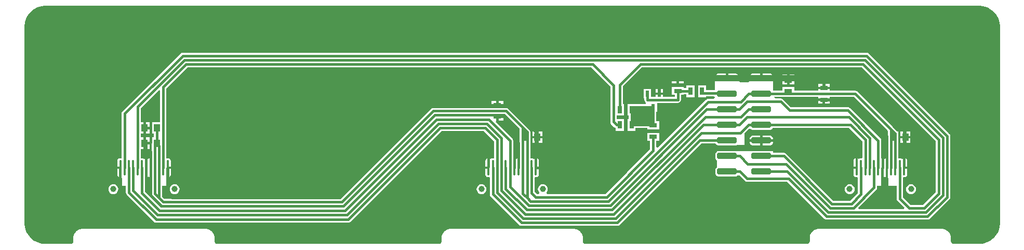
<source format=gbl>
G04 Layer_Physical_Order=2*
G04 Layer_Color=16711680*
%FSLAX44Y44*%
%MOMM*%
G71*
G01*
G75*
%ADD10C,1.0000*%
%ADD11R,1.0000X1.3000*%
%ADD12R,1.3000X0.7000*%
%ADD13R,1.3000X1.0000*%
%ADD14R,0.6000X1.0000*%
%ADD15R,0.7000X1.3000*%
G04:AMPARAMS|DCode=16|XSize=3.2mm|YSize=1mm|CornerRadius=0.25mm|HoleSize=0mm|Usage=FLASHONLY|Rotation=0.000|XOffset=0mm|YOffset=0mm|HoleType=Round|Shape=RoundedRectangle|*
%AMROUNDEDRECTD16*
21,1,3.2000,0.5000,0,0,0.0*
21,1,2.7000,1.0000,0,0,0.0*
1,1,0.5000,1.3500,-0.2500*
1,1,0.5000,-1.3500,-0.2500*
1,1,0.5000,-1.3500,0.2500*
1,1,0.5000,1.3500,0.2500*
%
%ADD16ROUNDEDRECTD16*%
G04:AMPARAMS|DCode=17|XSize=0.4mm|YSize=2.5mm|CornerRadius=0.1mm|HoleSize=0mm|Usage=FLASHONLY|Rotation=180.000|XOffset=0mm|YOffset=0mm|HoleType=Round|Shape=RoundedRectangle|*
%AMROUNDEDRECTD17*
21,1,0.4000,2.3000,0,0,180.0*
21,1,0.2000,2.5000,0,0,180.0*
1,1,0.2000,-0.1000,1.1500*
1,1,0.2000,0.1000,1.1500*
1,1,0.2000,0.1000,-1.1500*
1,1,0.2000,-0.1000,-1.1500*
%
%ADD17ROUNDEDRECTD17*%
%ADD18C,0.4000*%
%ADD19C,1.0000*%
G36*
X766824Y294305D02*
X771243Y293121D01*
X775470Y291370D01*
X779432Y289082D01*
X783062Y286297D01*
X786297Y283062D01*
X789082Y279432D01*
X791370Y275470D01*
X793121Y271243D01*
X794305Y266824D01*
X794902Y262288D01*
Y260000D01*
Y-60000D01*
Y-62288D01*
X794305Y-66824D01*
X793121Y-71243D01*
X791370Y-75470D01*
X789082Y-79432D01*
X786297Y-83062D01*
X783062Y-86297D01*
X779432Y-89082D01*
X775470Y-91370D01*
X771243Y-93121D01*
X766824Y-94305D01*
X762288Y-94902D01*
X719517D01*
X718570Y-94714D01*
X717678Y-94344D01*
X716875Y-93808D01*
X716192Y-93125D01*
X715656Y-92322D01*
X715286Y-91430D01*
X715098Y-90483D01*
Y-85000D01*
X715073Y-84875D01*
X715092Y-84750D01*
X715043Y-83770D01*
X714952Y-83403D01*
Y-83025D01*
X714569Y-81103D01*
X714377Y-80639D01*
X714279Y-80146D01*
X713529Y-78335D01*
X713250Y-77918D01*
X713058Y-77454D01*
X711969Y-75824D01*
X711614Y-75469D01*
X711335Y-75051D01*
X709949Y-73665D01*
X709531Y-73386D01*
X709176Y-73031D01*
X707546Y-71942D01*
X707082Y-71750D01*
X706665Y-71471D01*
X704854Y-70721D01*
X704361Y-70623D01*
X703897Y-70431D01*
X701975Y-70048D01*
X701597D01*
X701230Y-69956D01*
X700250Y-69908D01*
X700125Y-69927D01*
X700000Y-69902D01*
X500000D01*
X499875Y-69927D01*
X499750Y-69908D01*
X498770Y-69956D01*
X498403Y-70048D01*
X498025D01*
X496103Y-70431D01*
X495639Y-70623D01*
X495146Y-70721D01*
X493335Y-71471D01*
X492918Y-71750D01*
X492454Y-71942D01*
X490824Y-73031D01*
X490469Y-73386D01*
X490051Y-73665D01*
X488665Y-75051D01*
X488386Y-75469D01*
X488031Y-75824D01*
X486942Y-77454D01*
X486750Y-77918D01*
X486471Y-78335D01*
X485721Y-80146D01*
X485623Y-80639D01*
X485431Y-81103D01*
X485048Y-83025D01*
Y-83403D01*
X484956Y-83770D01*
X484908Y-84750D01*
X484927Y-84875D01*
X484902Y-85000D01*
X484902Y-90483D01*
X484714Y-91430D01*
X484344Y-92322D01*
X483808Y-93125D01*
X483125Y-93808D01*
X482322Y-94344D01*
X481430Y-94714D01*
X480483Y-94902D01*
X119517D01*
X118570Y-94714D01*
X117678Y-94344D01*
X116875Y-93808D01*
X116192Y-93125D01*
X115656Y-92322D01*
X115286Y-91430D01*
X115098Y-90483D01*
Y-85000D01*
X115073Y-84875D01*
X115092Y-84750D01*
X115043Y-83770D01*
X114952Y-83403D01*
Y-83025D01*
X114569Y-81103D01*
X114377Y-80639D01*
X114279Y-80146D01*
X113529Y-78335D01*
X113250Y-77918D01*
X113058Y-77454D01*
X111969Y-75824D01*
X111614Y-75469D01*
X111335Y-75051D01*
X109949Y-73665D01*
X109531Y-73386D01*
X109176Y-73031D01*
X107546Y-71942D01*
X107082Y-71750D01*
X106665Y-71471D01*
X104854Y-70721D01*
X104361Y-70623D01*
X103897Y-70431D01*
X101975Y-70048D01*
X101597D01*
X101230Y-69956D01*
X100250Y-69908D01*
X100125Y-69927D01*
X100000Y-69902D01*
X-100000D01*
X-100125Y-69927D01*
X-100250Y-69908D01*
X-101230Y-69956D01*
X-101597Y-70048D01*
X-101975D01*
X-103897Y-70431D01*
X-104361Y-70623D01*
X-104854Y-70721D01*
X-106665Y-71471D01*
X-107082Y-71750D01*
X-107546Y-71942D01*
X-109176Y-73031D01*
X-109531Y-73386D01*
X-109949Y-73665D01*
X-111335Y-75051D01*
X-111614Y-75469D01*
X-111969Y-75824D01*
X-113058Y-77454D01*
X-113250Y-77918D01*
X-113529Y-78335D01*
X-114279Y-80146D01*
X-114377Y-80639D01*
X-114569Y-81103D01*
X-114952Y-83025D01*
Y-83403D01*
X-115044Y-83770D01*
X-115092Y-84750D01*
X-115073Y-84875D01*
X-115098Y-85000D01*
X-115098Y-90483D01*
X-115286Y-91430D01*
X-115656Y-92322D01*
X-116192Y-93125D01*
X-116875Y-93808D01*
X-117678Y-94344D01*
X-118570Y-94714D01*
X-119517Y-94902D01*
X-480483D01*
X-481430Y-94714D01*
X-482322Y-94344D01*
X-483125Y-93808D01*
X-483808Y-93125D01*
X-484344Y-92322D01*
X-484714Y-91430D01*
X-484902Y-90483D01*
Y-85000D01*
X-484927Y-84875D01*
X-484908Y-84750D01*
X-484957Y-83770D01*
X-485048Y-83403D01*
Y-83025D01*
X-485431Y-81103D01*
X-485623Y-80639D01*
X-485721Y-80146D01*
X-486471Y-78335D01*
X-486750Y-77918D01*
X-486942Y-77454D01*
X-488031Y-75824D01*
X-488386Y-75469D01*
X-488665Y-75051D01*
X-490051Y-73665D01*
X-490469Y-73386D01*
X-490824Y-73031D01*
X-492454Y-71942D01*
X-492918Y-71750D01*
X-493335Y-71471D01*
X-495146Y-70721D01*
X-495639Y-70623D01*
X-496103Y-70431D01*
X-498025Y-70048D01*
X-498403D01*
X-498770Y-69956D01*
X-499750Y-69908D01*
X-499875Y-69927D01*
X-500000Y-69902D01*
X-700000D01*
X-700125Y-69927D01*
X-700250Y-69908D01*
X-701230Y-69956D01*
X-701597Y-70048D01*
X-701975D01*
X-703897Y-70431D01*
X-704361Y-70623D01*
X-704854Y-70721D01*
X-706665Y-71471D01*
X-707082Y-71750D01*
X-707546Y-71942D01*
X-709176Y-73031D01*
X-709531Y-73386D01*
X-709949Y-73665D01*
X-711335Y-75051D01*
X-711614Y-75469D01*
X-711969Y-75824D01*
X-713058Y-77454D01*
X-713250Y-77918D01*
X-713529Y-78335D01*
X-714279Y-80146D01*
X-714377Y-80639D01*
X-714569Y-81103D01*
X-714952Y-83025D01*
Y-83403D01*
X-715044Y-83770D01*
X-715092Y-84750D01*
X-715073Y-84875D01*
X-715098Y-85000D01*
X-715098Y-90483D01*
X-715286Y-91430D01*
X-715656Y-92322D01*
X-716192Y-93125D01*
X-716875Y-93808D01*
X-717678Y-94344D01*
X-718570Y-94714D01*
X-719517Y-94902D01*
X-762288D01*
X-766824Y-94305D01*
X-771243Y-93121D01*
X-775470Y-91370D01*
X-779432Y-89082D01*
X-783062Y-86297D01*
X-786297Y-83062D01*
X-789082Y-79432D01*
X-791370Y-75470D01*
X-793121Y-71243D01*
X-794305Y-66824D01*
X-794902Y-62288D01*
Y-60000D01*
Y260000D01*
Y262288D01*
X-794305Y266824D01*
X-793121Y271243D01*
X-791370Y275470D01*
X-789082Y279432D01*
X-786297Y283062D01*
X-783062Y286297D01*
X-779432Y289082D01*
X-775470Y291370D01*
X-771243Y293121D01*
X-766824Y294305D01*
X-762288Y294902D01*
X762288D01*
X766824Y294305D01*
D02*
G37*
%LPC*%
G36*
X404000Y72600D02*
X386953D01*
Y72100D01*
X387142Y70664D01*
X387696Y69326D01*
X388577Y68177D01*
X389726Y67296D01*
X391064Y66742D01*
X392500Y66553D01*
X404000D01*
Y72600D01*
D02*
G37*
G36*
X-640500Y28000D02*
X-643578D01*
Y18500D01*
X-643268Y16939D01*
X-642384Y15616D01*
X-641061Y14732D01*
X-640500Y14620D01*
Y28000D01*
D02*
G37*
G36*
X559500Y45379D02*
X558939Y45268D01*
X557616Y44384D01*
X556732Y43061D01*
X556422Y41500D01*
Y32000D01*
X559500D01*
Y45379D01*
D02*
G37*
G36*
X425047Y72600D02*
X408000D01*
Y66553D01*
X419500D01*
X420936Y66742D01*
X422274Y67296D01*
X423423Y68177D01*
X424304Y69326D01*
X424858Y70664D01*
X425047Y72100D01*
Y72600D01*
D02*
G37*
G36*
X-40500Y45379D02*
X-41061Y45268D01*
X-42384Y44384D01*
X-43268Y43061D01*
X-43578Y41500D01*
Y32000D01*
X-40500D01*
Y45379D01*
D02*
G37*
G36*
X577799Y218098D02*
X-537000D01*
X-538951Y217710D01*
X-540605Y216605D01*
X-635105Y122105D01*
X-636210Y120451D01*
X-636598Y118500D01*
Y46319D01*
X-637500Y45578D01*
X-639500D01*
X-641061Y45268D01*
X-642384Y44384D01*
X-643268Y43061D01*
X-643578Y41500D01*
Y32000D01*
X-638500D01*
Y30000D01*
X-636598D01*
X-636579Y29901D01*
Y18500D01*
X-636500Y18103D01*
Y13601D01*
X-636000Y13191D01*
Y0D01*
X-629598D01*
Y-10500D01*
X-629210Y-12451D01*
X-628105Y-14105D01*
X-583605Y-58605D01*
X-581951Y-59710D01*
X-580000Y-60098D01*
X-267302D01*
X-265351Y-59710D01*
X-263697Y-58605D01*
X-115190Y89902D01*
X-46112D01*
X-29598Y73388D01*
Y46319D01*
X-30500Y45578D01*
X-32500D01*
X-34061Y45268D01*
X-35000Y44640D01*
X-35939Y45268D01*
X-36500Y45379D01*
Y41896D01*
X-36579Y41500D01*
Y30098D01*
X-36598Y30000D01*
X-38500D01*
Y28000D01*
X-43578D01*
Y18500D01*
X-43268Y16939D01*
X-42384Y15616D01*
X-41061Y14732D01*
X-39500Y14422D01*
X-37500D01*
X-36598Y13681D01*
Y-13399D01*
X-36210Y-15350D01*
X-35105Y-17004D01*
X11496Y-63605D01*
X13149Y-64710D01*
X15100Y-65098D01*
X171397D01*
X173348Y-64710D01*
X175002Y-63605D01*
X308109Y69502D01*
X331623D01*
X331696Y69326D01*
X332577Y68177D01*
X333726Y67296D01*
X335064Y66742D01*
X336500Y66553D01*
X363500D01*
X364936Y66742D01*
X365560Y67000D01*
X379000D01*
X379000Y86790D01*
X385649Y93440D01*
X388577Y93577D01*
X389726Y92696D01*
X391064Y92142D01*
X392500Y91953D01*
X419500D01*
X420936Y92142D01*
X422274Y92696D01*
X423423Y93577D01*
X424304Y94726D01*
X424377Y94902D01*
X548888D01*
X570402Y73388D01*
Y46319D01*
X569500Y45578D01*
X567500D01*
X565939Y45268D01*
X565000Y44640D01*
X564061Y45268D01*
X563500Y45379D01*
Y41896D01*
X563421Y41500D01*
Y30098D01*
X563402Y30000D01*
X561500D01*
Y28000D01*
X556422D01*
Y18500D01*
X556732Y16939D01*
X557616Y15616D01*
X558939Y14732D01*
X560500Y14422D01*
X562500D01*
X563402Y13681D01*
Y-11388D01*
X550888Y-23902D01*
X523112D01*
X446405Y52805D01*
X444751Y53910D01*
X442800Y54298D01*
X425000D01*
Y57000D01*
X421077D01*
X420936Y57058D01*
X419500Y57247D01*
X392500D01*
X391064Y57058D01*
X390923Y57000D01*
X365077Y57000D01*
X364936Y57058D01*
X363500Y57247D01*
X336500D01*
X335064Y57058D01*
X334923Y57000D01*
X334000D01*
Y56618D01*
X333726Y56504D01*
X332577Y55623D01*
X331696Y54474D01*
X331142Y53136D01*
X330953Y51700D01*
Y46700D01*
X331142Y45264D01*
X331696Y43926D01*
X332577Y42777D01*
X333726Y41896D01*
X334000Y41782D01*
Y31218D01*
X333726Y31104D01*
X332577Y30223D01*
X331696Y29074D01*
X331142Y27736D01*
X330953Y26300D01*
Y21300D01*
X331142Y19864D01*
X331696Y18526D01*
X332577Y17377D01*
X333726Y16496D01*
X335064Y15942D01*
X336500Y15753D01*
X363500D01*
X364936Y15942D01*
X366274Y16496D01*
X367423Y17377D01*
X370373Y17397D01*
X370417Y17373D01*
X379395Y8395D01*
X381049Y7290D01*
X383000Y6902D01*
X448190D01*
X508697Y-53605D01*
X510351Y-54710D01*
X512301Y-55098D01*
X677000D01*
X678951Y-54710D01*
X680605Y-53605D01*
X712605Y-21605D01*
X713710Y-19951D01*
X714098Y-18000D01*
Y81799D01*
X713710Y83750D01*
X712605Y85404D01*
X581404Y216605D01*
X579750Y217710D01*
X577799Y218098D01*
D02*
G37*
G36*
X-650000Y3069D02*
X-652088Y2794D01*
X-654035Y1988D01*
X-655706Y706D01*
X-656988Y-966D01*
X-657794Y-2912D01*
X-658069Y-5000D01*
X-657794Y-7088D01*
X-656988Y-9035D01*
X-655706Y-10706D01*
X-654035Y-11988D01*
X-652088Y-12794D01*
X-650000Y-13069D01*
X-647912Y-12794D01*
X-645965Y-11988D01*
X-644294Y-10706D01*
X-643012Y-9035D01*
X-642206Y-7088D01*
X-641931Y-5000D01*
X-642206Y-2912D01*
X-643012Y-966D01*
X-644294Y706D01*
X-645965Y1988D01*
X-647912Y2794D01*
X-650000Y3069D01*
D02*
G37*
G36*
X419500Y82647D02*
X408000D01*
Y76600D01*
X425047D01*
Y77100D01*
X424858Y78536D01*
X424304Y79874D01*
X423423Y81023D01*
X422274Y81904D01*
X420936Y82458D01*
X419500Y82647D01*
D02*
G37*
G36*
X404000D02*
X392500D01*
X391064Y82458D01*
X389726Y81904D01*
X388577Y81023D01*
X387696Y79874D01*
X387142Y78536D01*
X386953Y77100D01*
Y76600D01*
X404000D01*
Y82647D01*
D02*
G37*
G36*
X550000Y3069D02*
X547912Y2794D01*
X545965Y1988D01*
X544294Y706D01*
X543012Y-966D01*
X542206Y-2912D01*
X541931Y-5000D01*
X542206Y-7088D01*
X543012Y-9035D01*
X544294Y-10706D01*
X545965Y-11988D01*
X547912Y-12794D01*
X550000Y-13069D01*
X552088Y-12794D01*
X554035Y-11988D01*
X555706Y-10706D01*
X556988Y-9035D01*
X557794Y-7088D01*
X558069Y-5000D01*
X557794Y-2912D01*
X556988Y-966D01*
X555706Y706D01*
X554035Y1988D01*
X552088Y2794D01*
X550000Y3069D01*
D02*
G37*
G36*
X-50000D02*
X-52088Y2794D01*
X-54035Y1988D01*
X-55706Y706D01*
X-56988Y-966D01*
X-57794Y-2912D01*
X-58069Y-5000D01*
X-57794Y-7088D01*
X-56988Y-9035D01*
X-55706Y-10706D01*
X-54035Y-11988D01*
X-52088Y-12794D01*
X-50000Y-13069D01*
X-47912Y-12794D01*
X-45965Y-11988D01*
X-44294Y-10706D01*
X-43012Y-9035D01*
X-42206Y-7088D01*
X-41931Y-5000D01*
X-42206Y-2912D01*
X-43012Y-966D01*
X-44294Y706D01*
X-45965Y1988D01*
X-47912Y2794D01*
X-50000Y3069D01*
D02*
G37*
%LPD*%
G36*
X612402Y90388D02*
Y46319D01*
X611500Y45578D01*
X609500D01*
X607939Y45268D01*
X607000Y44640D01*
X606061Y45268D01*
X604500Y45578D01*
X602500D01*
X601598Y46319D01*
Y74399D01*
X601210Y76350D01*
X600105Y78004D01*
X550504Y127605D01*
X548850Y128710D01*
X546899Y129098D01*
X454112D01*
X441605Y141605D01*
X439951Y142710D01*
X438000Y143098D01*
X428392D01*
X426978Y145598D01*
X427041Y145702D01*
X498500D01*
Y143300D01*
X508000D01*
X517500D01*
Y145702D01*
X557088D01*
X612402Y90388D01*
D02*
G37*
G36*
X25000Y88000D02*
X25000Y76000D01*
X17500D01*
X17500Y95500D01*
X25000Y88000D01*
D02*
G37*
G36*
X625000Y85000D02*
Y76000D01*
X617500D01*
Y92500D01*
X625000Y85000D01*
D02*
G37*
G36*
X-33500Y114946D02*
X-36000Y113610D01*
X-36150Y113710D01*
X-38101Y114098D01*
X-123101D01*
X-125051Y113710D01*
X-126705Y112605D01*
X-274212Y-34902D01*
X-572888D01*
X-598402Y-9388D01*
Y13681D01*
X-597500Y14422D01*
X-595500D01*
X-593939Y14732D01*
X-593000Y15360D01*
X-592061Y14732D01*
X-590500Y14422D01*
X-588500D01*
X-587598Y13681D01*
Y-12299D01*
X-587210Y-14250D01*
X-586105Y-15904D01*
X-579105Y-22904D01*
X-572404Y-29605D01*
X-570750Y-30710D01*
X-568799Y-31098D01*
X-277899D01*
X-275949Y-30710D01*
X-274295Y-29605D01*
X-126788Y117902D01*
X-33500D01*
Y114946D01*
D02*
G37*
G36*
X689902Y73888D02*
Y-10089D01*
X669089Y-30902D01*
X649112D01*
X636598Y-18388D01*
Y13681D01*
X637500Y14422D01*
X639500D01*
X641061Y14732D01*
X642384Y15616D01*
X643268Y16939D01*
X643578Y18500D01*
Y28000D01*
X638500D01*
Y30000D01*
X636599D01*
X636579Y30098D01*
Y41500D01*
X636500Y41897D01*
Y45379D01*
X635939Y45268D01*
X635000Y44640D01*
X634061Y45268D01*
X632500Y45578D01*
X630500D01*
X629598Y46319D01*
Y85500D01*
X629210Y87451D01*
X629000Y87765D01*
Y89500D01*
X627710D01*
X621105Y96105D01*
X562805Y154405D01*
X561151Y155510D01*
X559200Y155898D01*
X517500D01*
Y158300D01*
X508000D01*
X498500D01*
Y155898D01*
X459500D01*
Y162000D01*
X440500D01*
Y155898D01*
X425000D01*
Y170000D01*
X425000Y170000D01*
X424889Y172500D01*
X425047Y173700D01*
Y174200D01*
X386953D01*
Y173700D01*
X387111Y172500D01*
X387048Y172144D01*
X385373Y170000D01*
X370627D01*
X368953Y172144D01*
X368890Y172500D01*
X369048Y173700D01*
Y174200D01*
X330953D01*
Y173700D01*
X331111Y172500D01*
X331035Y172074D01*
X330000Y170000D01*
X330000Y170000D01*
X330000Y170000D01*
Y157098D01*
X316000D01*
Y164500D01*
X303000D01*
Y145500D01*
X316000D01*
Y146902D01*
X327874D01*
X330000Y146000D01*
X330503Y145098D01*
X329036Y142598D01*
X319400D01*
X317449Y142210D01*
X315795Y141105D01*
X237408Y62718D01*
X235098Y63675D01*
Y74000D01*
X239500D01*
Y87000D01*
X220500D01*
Y74000D01*
X224902D01*
Y60112D01*
X151888Y-12902D01*
X56950D01*
X56221Y-11616D01*
X55939Y-10402D01*
X56988Y-9035D01*
X57794Y-7088D01*
X58069Y-5000D01*
X57794Y-2912D01*
X56988Y-966D01*
X55706Y706D01*
X54035Y1988D01*
X52088Y2794D01*
X50000Y3069D01*
X47912Y2794D01*
X45965Y1988D01*
X44294Y706D01*
X43012Y-966D01*
X42206Y-2912D01*
X41931Y-5000D01*
X42206Y-7088D01*
X43012Y-9035D01*
X44061Y-10402D01*
X43779Y-11616D01*
X43050Y-12902D01*
X40212D01*
X36598Y-9288D01*
Y13681D01*
X37500Y14422D01*
X39500D01*
X41061Y14732D01*
X42384Y15616D01*
X43268Y16939D01*
X43578Y18500D01*
Y28000D01*
X38500D01*
Y30000D01*
X36598D01*
X36579Y30098D01*
Y41500D01*
X36500Y41897D01*
Y45379D01*
X35939Y45268D01*
X35000Y44640D01*
X34061Y45268D01*
X32500Y45578D01*
X30500D01*
X29598Y46319D01*
Y88500D01*
X29210Y90451D01*
X28105Y92105D01*
X-6395Y126605D01*
X-8049Y127710D01*
X-10000Y128098D01*
X-14500D01*
Y130500D01*
X-24000D01*
X-33500D01*
Y128098D01*
X-128899D01*
X-130850Y127710D01*
X-132504Y126605D01*
X-280011Y-20902D01*
X-566687D01*
X-570402Y-17187D01*
Y0D01*
X-564000D01*
Y13191D01*
X-563500Y13601D01*
Y18103D01*
X-563421Y18500D01*
Y29901D01*
X-563401Y30000D01*
X-561500D01*
Y32000D01*
X-556422D01*
Y41500D01*
X-556732Y43061D01*
X-557616Y44384D01*
X-558939Y45268D01*
X-560500Y45578D01*
X-562500D01*
X-563402Y46319D01*
Y159590D01*
X-529089Y193902D01*
X128888D01*
X159902Y162888D01*
Y105000D01*
X160290Y103049D01*
X161395Y101395D01*
X166395Y96395D01*
X168049Y95290D01*
X169000Y95101D01*
Y90500D01*
X182000D01*
Y109500D01*
X170098D01*
Y115500D01*
X182000D01*
Y134500D01*
X180598D01*
Y163388D01*
X211112Y193902D01*
X569888D01*
X689902Y73888D01*
D02*
G37*
G36*
X-573598Y156027D02*
Y104500D01*
X-587000D01*
Y85500D01*
X-584098D01*
Y79500D01*
X-587000D01*
Y69765D01*
X-587210Y69451D01*
X-587598Y67500D01*
Y46319D01*
X-588500Y45578D01*
X-590500D01*
X-592061Y45268D01*
X-593000Y44640D01*
X-593939Y45268D01*
X-594500Y45379D01*
Y30000D01*
X-598401D01*
X-598421Y30098D01*
Y41500D01*
X-598500Y41896D01*
Y45379D01*
X-599061Y45268D01*
X-600000Y44640D01*
X-600939Y45268D01*
X-602500Y45578D01*
X-604500D01*
X-605402Y46319D01*
Y60500D01*
X-601000D01*
Y70000D01*
Y79500D01*
X-605402D01*
Y85500D01*
X-601000D01*
Y95000D01*
Y104500D01*
X-605402D01*
Y127489D01*
X-575908Y156983D01*
X-573598Y156027D01*
D02*
G37*
G36*
X12402Y93388D02*
Y46319D01*
X11500Y45578D01*
X9500D01*
X7939Y45268D01*
X7000Y44640D01*
X6061Y45268D01*
X4500Y45578D01*
X2500D01*
X1598Y46319D01*
Y74399D01*
X1210Y76350D01*
X105Y78004D01*
X-26581Y104690D01*
X-26000Y106094D01*
Y113500D01*
X-24000D01*
Y115500D01*
X-14500D01*
Y117633D01*
X-12000Y117790D01*
X12402Y93388D01*
D02*
G37*
G36*
X605500Y14620D02*
X606061Y14732D01*
X607000Y15360D01*
X607939Y14732D01*
X608500Y14621D01*
Y30000D01*
X612402D01*
X612421Y29901D01*
Y18500D01*
X612500Y18103D01*
Y13601D01*
X613000Y13191D01*
Y0D01*
X626402D01*
Y-20500D01*
X626790Y-22451D01*
X627895Y-24105D01*
X639383Y-35592D01*
X638426Y-37902D01*
X564574D01*
X563617Y-35592D01*
X593105Y-6105D01*
X594210Y-4451D01*
X594598Y-2500D01*
Y0D01*
X601000D01*
Y13191D01*
X601500Y13601D01*
Y18103D01*
X601579Y18500D01*
Y29902D01*
X601599Y30000D01*
X605500D01*
Y14620D01*
D02*
G37*
%LPC*%
G36*
X517500Y139300D02*
X510000D01*
Y134800D01*
X517500D01*
Y139300D01*
D02*
G37*
G36*
X506000D02*
X498500D01*
Y134800D01*
X506000D01*
Y139300D01*
D02*
G37*
G36*
X40500Y45379D02*
Y32000D01*
X43578D01*
Y41500D01*
X43268Y43061D01*
X42384Y44384D01*
X41061Y45268D01*
X40500Y45379D01*
D02*
G37*
G36*
X-556422Y28000D02*
X-559500D01*
Y14620D01*
X-558939Y14732D01*
X-557616Y15616D01*
X-556732Y16939D01*
X-556422Y18500D01*
Y28000D01*
D02*
G37*
G36*
X-550000Y3069D02*
X-552088Y2794D01*
X-554035Y1988D01*
X-555706Y706D01*
X-556988Y-966D01*
X-557794Y-2912D01*
X-558069Y-5000D01*
X-557794Y-7088D01*
X-556988Y-9035D01*
X-555706Y-10706D01*
X-554035Y-11988D01*
X-552088Y-12794D01*
X-550000Y-13069D01*
X-547912Y-12794D01*
X-545965Y-11988D01*
X-544294Y-10706D01*
X-543012Y-9035D01*
X-542206Y-7088D01*
X-541931Y-5000D01*
X-542206Y-2912D01*
X-543012Y-966D01*
X-544294Y706D01*
X-545965Y1988D01*
X-547912Y2794D01*
X-550000Y3069D01*
D02*
G37*
G36*
X650000D02*
X647912Y2794D01*
X645965Y1988D01*
X644294Y706D01*
X643012Y-966D01*
X642206Y-2912D01*
X641931Y-5000D01*
X642206Y-7088D01*
X643012Y-9035D01*
X644294Y-10706D01*
X645965Y-11988D01*
X647912Y-12794D01*
X650000Y-13069D01*
X652088Y-12794D01*
X654035Y-11988D01*
X655706Y-10706D01*
X656988Y-9035D01*
X657794Y-7088D01*
X658069Y-5000D01*
X657794Y-2912D01*
X656988Y-966D01*
X655706Y706D01*
X654035Y1988D01*
X652088Y2794D01*
X650000Y3069D01*
D02*
G37*
G36*
X49000Y78000D02*
X43000D01*
Y70500D01*
X49000D01*
Y78000D01*
D02*
G37*
G36*
X39000D02*
X33000D01*
Y70500D01*
X39000D01*
Y78000D01*
D02*
G37*
G36*
X649000D02*
X643000D01*
Y70500D01*
X649000D01*
Y78000D01*
D02*
G37*
G36*
X639000D02*
X633000D01*
Y70500D01*
X639000D01*
Y78000D01*
D02*
G37*
G36*
X640500Y45379D02*
Y32000D01*
X643578D01*
Y41500D01*
X643268Y43061D01*
X642384Y44384D01*
X641061Y45268D01*
X640500Y45379D01*
D02*
G37*
G36*
X39000Y89500D02*
X33000D01*
Y82000D01*
X39000D01*
Y89500D01*
D02*
G37*
G36*
X268000Y172500D02*
X260500D01*
Y168000D01*
X268000D01*
Y172500D01*
D02*
G37*
G36*
X279500D02*
X272000D01*
Y168000D01*
X279500D01*
Y172500D01*
D02*
G37*
G36*
X448000Y182000D02*
X440500D01*
Y176000D01*
X448000D01*
Y182000D01*
D02*
G37*
G36*
X459500Y172000D02*
X452000D01*
Y166000D01*
X459500D01*
Y172000D01*
D02*
G37*
G36*
X506000Y166800D02*
X498500D01*
Y162300D01*
X506000D01*
Y166800D01*
D02*
G37*
G36*
X517500D02*
X510000D01*
Y162300D01*
X517500D01*
Y166800D01*
D02*
G37*
G36*
X448000Y172000D02*
X440500D01*
Y166000D01*
X448000D01*
Y172000D01*
D02*
G37*
G36*
X363500Y184247D02*
X352000D01*
Y178200D01*
X369048D01*
Y178700D01*
X368858Y180136D01*
X368304Y181474D01*
X367423Y182623D01*
X366274Y183504D01*
X364936Y184058D01*
X363500Y184247D01*
D02*
G37*
G36*
X404000D02*
X392500D01*
X391064Y184058D01*
X389726Y183504D01*
X388577Y182623D01*
X387696Y181474D01*
X387142Y180136D01*
X386953Y178700D01*
Y178200D01*
X404000D01*
Y184247D01*
D02*
G37*
G36*
X419500D02*
X408000D01*
Y178200D01*
X425047D01*
Y178700D01*
X424858Y180136D01*
X424304Y181474D01*
X423423Y182623D01*
X422274Y183504D01*
X420936Y184058D01*
X419500Y184247D01*
D02*
G37*
G36*
X348000D02*
X336500D01*
X335064Y184058D01*
X333726Y183504D01*
X332577Y182623D01*
X331696Y181474D01*
X331142Y180136D01*
X330953Y178700D01*
Y178200D01*
X348000D01*
Y184247D01*
D02*
G37*
G36*
X459500Y182000D02*
X452000D01*
Y176000D01*
X459500D01*
Y182000D01*
D02*
G37*
G36*
X268000Y181000D02*
X260500D01*
Y176500D01*
X268000D01*
Y181000D01*
D02*
G37*
G36*
X279500D02*
X272000D01*
Y176500D01*
X279500D01*
Y181000D01*
D02*
G37*
G36*
X639000Y89500D02*
X633000D01*
Y82000D01*
X639000D01*
Y89500D01*
D02*
G37*
G36*
X49000D02*
X43000D01*
Y82000D01*
X49000D01*
Y89500D01*
D02*
G37*
G36*
X649000D02*
X643000D01*
Y82000D01*
X649000D01*
Y89500D01*
D02*
G37*
G36*
X-26000Y139000D02*
X-33500D01*
Y134500D01*
X-26000D01*
Y139000D01*
D02*
G37*
G36*
X237500Y159000D02*
X233500D01*
Y153000D01*
X237500D01*
Y159000D01*
D02*
G37*
G36*
X245500D02*
X241500D01*
Y153000D01*
X245500D01*
Y159000D01*
D02*
G37*
G36*
X297000Y164500D02*
X284000D01*
Y160598D01*
X279500D01*
Y162000D01*
X260500D01*
Y149000D01*
X264902D01*
Y146098D01*
X245500D01*
Y149000D01*
X233500D01*
Y146098D01*
X226500D01*
Y159000D01*
X214500D01*
Y143000D01*
X215402D01*
Y141000D01*
X215790Y139049D01*
X216895Y137395D01*
X218088Y136598D01*
X217763Y134324D01*
X217673Y134098D01*
X201000D01*
Y134500D01*
X188000D01*
Y115500D01*
X189402D01*
Y109500D01*
X188000D01*
Y90500D01*
X201000D01*
Y94902D01*
X220500D01*
Y93000D01*
X239500D01*
Y106000D01*
X235098D01*
Y121000D01*
X236000D01*
Y135902D01*
X270000D01*
X271951Y136290D01*
X273605Y137395D01*
X274710Y139049D01*
X275098Y141000D01*
Y149000D01*
X279500D01*
Y150402D01*
X284000D01*
Y145500D01*
X297000D01*
Y164500D01*
D02*
G37*
G36*
X-14500Y139000D02*
X-22000D01*
Y134500D01*
X-14500D01*
Y139000D01*
D02*
G37*
%LPD*%
G36*
X230000Y99500D02*
X194500D01*
Y129000D01*
X230000D01*
Y99500D01*
D02*
G37*
%LPC*%
G36*
X-591000Y79500D02*
X-597000D01*
Y72000D01*
X-591000D01*
Y79500D01*
D02*
G37*
G36*
Y68000D02*
X-597000D01*
Y60500D01*
X-591000D01*
Y68000D01*
D02*
G37*
G36*
Y93000D02*
X-597000D01*
Y85500D01*
X-591000D01*
Y93000D01*
D02*
G37*
G36*
Y104500D02*
X-597000D01*
Y97000D01*
X-591000D01*
Y104500D01*
D02*
G37*
G36*
X-14500Y111500D02*
X-22000D01*
Y107000D01*
X-14500D01*
Y111500D01*
D02*
G37*
%LPD*%
D10*
X50000Y-5000D02*
D03*
X-50000D02*
D03*
X650000D02*
D03*
X550000D02*
D03*
X-550000D02*
D03*
X-650000D02*
D03*
D11*
X-599000Y95000D02*
D03*
X-579000D02*
D03*
X-599000Y70000D02*
D03*
X-579000D02*
D03*
X41000Y80000D02*
D03*
X21000D02*
D03*
X641000D02*
D03*
X621000D02*
D03*
D12*
X508000Y160300D02*
D03*
Y141300D02*
D03*
X-24000Y132500D02*
D03*
Y113500D02*
D03*
X230000Y80500D02*
D03*
Y99500D02*
D03*
X270000Y174500D02*
D03*
Y155500D02*
D03*
D13*
X450000Y174000D02*
D03*
Y154000D02*
D03*
D14*
X220500Y151000D02*
D03*
X239500D02*
D03*
X230000Y129000D02*
D03*
D15*
X175500Y100000D02*
D03*
X194500D02*
D03*
X175500Y125000D02*
D03*
X194500D02*
D03*
X309500Y155000D02*
D03*
X290500D02*
D03*
D16*
X350000Y100000D02*
D03*
Y125400D02*
D03*
Y150800D02*
D03*
Y23800D02*
D03*
Y49200D02*
D03*
Y176200D02*
D03*
Y74600D02*
D03*
X406000Y100000D02*
D03*
Y125400D02*
D03*
Y150800D02*
D03*
Y23800D02*
D03*
Y49200D02*
D03*
Y176200D02*
D03*
Y74600D02*
D03*
D17*
X-38500Y30000D02*
D03*
X-31500D02*
D03*
X-24500D02*
D03*
X-17500D02*
D03*
X-10500D02*
D03*
X-3500D02*
D03*
X3500D02*
D03*
X10500D02*
D03*
X17500D02*
D03*
X24500D02*
D03*
X31500D02*
D03*
X38500D02*
D03*
X561500D02*
D03*
X568500D02*
D03*
X575500D02*
D03*
X582500D02*
D03*
X589500D02*
D03*
X596500D02*
D03*
X603500D02*
D03*
X610500D02*
D03*
X617500D02*
D03*
X624500D02*
D03*
X631500D02*
D03*
X638500D02*
D03*
X-638500D02*
D03*
X-631500D02*
D03*
X-624500D02*
D03*
X-617500D02*
D03*
X-610500D02*
D03*
X-603500D02*
D03*
X-596500D02*
D03*
X-589500D02*
D03*
X-582500D02*
D03*
X-575500D02*
D03*
X-568500D02*
D03*
X-561500D02*
D03*
D18*
X171397Y-60000D02*
X305997Y74600D01*
X15100Y-60000D02*
X171397D01*
X-31500Y-13399D02*
X15100Y-60000D01*
X18000Y-53000D02*
X168497D01*
X-24500Y-10500D02*
X18000Y-53000D01*
X168497D02*
X308497Y87000D01*
X21100Y-46000D02*
X165598D01*
X-17500Y-7400D02*
X21100Y-46000D01*
X165598D02*
X311598Y100000D01*
X-10500Y-4399D02*
X24100Y-39000D01*
X162698D02*
X314698Y113000D01*
X24100Y-39000D02*
X162698D01*
X-3500Y-1500D02*
X27000Y-32000D01*
X159799D02*
X317199Y125400D01*
X27000Y-32000D02*
X159799D01*
X29899Y-25000D02*
X156899D01*
X27201Y-22302D02*
X29899Y-25000D01*
X27201Y-22302D02*
Y-22000D01*
X156899Y-25000D02*
X319400Y137500D01*
X24500Y-19299D02*
X27201Y-22000D01*
X151101Y-11000D02*
X185000Y22899D01*
X99000Y-11000D02*
X151101D01*
X58000Y30000D02*
X99000Y-11000D01*
X154000Y-18000D02*
X230000Y58000D01*
X38101Y-18000D02*
X154000D01*
X31500Y-11400D02*
X38101Y-18000D01*
X38500Y30000D02*
X58000D01*
X-589500D02*
Y56000D01*
X603500Y88500D02*
X610500Y81500D01*
X550700Y141300D02*
X603500Y88500D01*
Y30000D02*
Y88500D01*
X610500Y30000D02*
Y81500D01*
X508000Y141300D02*
X550700D01*
X617500Y30000D02*
Y92500D01*
X508000Y160300D02*
Y176200D01*
X-600000Y70000D02*
X-599000Y71000D01*
X-600000Y70000D02*
X-596500Y66500D01*
X-580000Y70000D02*
X-575500Y65500D01*
X-579000Y70000D02*
Y95000D01*
X638500Y30000D02*
Y92500D01*
X554800Y176200D02*
X638500Y92500D01*
X452000Y124000D02*
X546899D01*
X438000Y138000D02*
X452000Y124000D01*
X383000Y138000D02*
X438000D01*
X546899Y124000D02*
X596500Y74399D01*
X24500Y30000D02*
Y88500D01*
X-10000Y123000D02*
X24500Y88500D01*
X-128899Y123000D02*
X-10000D01*
X3500Y77299D02*
Y96500D01*
X-16000Y116000D02*
X3500Y96500D01*
X-126000Y116000D02*
X-16000D01*
X-3000Y130000D02*
X38500Y88500D01*
X-131799Y130000D02*
X-3000D01*
X-280799Y-19000D02*
X-131799Y130000D01*
X-554000Y-19000D02*
X-280799D01*
X-267302Y-55000D02*
X-117302Y95000D01*
X-580000Y-55000D02*
X-267302D01*
X-624500Y-10500D02*
X-580000Y-55000D01*
X-617500Y-7400D02*
X-577900Y-47000D01*
X-267201Y-45000D02*
X-120201Y102000D01*
X-267201Y-45000D02*
X-267201D01*
X-269201Y-47000D02*
X-267201Y-45000D01*
X-577900Y-47000D02*
X-269201D01*
X-272101Y-40000D02*
X-123101Y109000D01*
X-575000Y-40000D02*
X-272101D01*
X-603500Y-11500D02*
X-575000Y-40000D01*
X-275000Y-33000D02*
X-126000Y116000D01*
X-589500Y-15199D02*
X-571698Y-33000D01*
X-275000D01*
X-277899Y-26000D02*
X-128899Y123000D01*
X-568799Y-26000D02*
X-277899D01*
X-575500Y-19299D02*
X-568799Y-26000D01*
X-561500Y-11500D02*
X-554000Y-19000D01*
X-561500Y-11500D02*
Y30000D01*
X-531201Y199000D02*
X131000D01*
X-568500Y161701D02*
X-531201Y199000D01*
X-568500Y30000D02*
Y161701D01*
X-534100Y206000D02*
X574899D01*
X-610500Y129601D02*
X-534100Y206000D01*
X-610500Y30000D02*
Y129601D01*
X-537000Y213000D02*
X577799D01*
X-631500Y118500D02*
X-537000Y213000D01*
X165000Y105000D02*
Y165000D01*
X131000Y199000D02*
X165000Y165000D01*
Y105000D02*
X170000Y100000D01*
X175500D01*
X577799Y213000D02*
X709000Y81799D01*
Y-18000D02*
Y81799D01*
X574899Y206000D02*
X702000Y78899D01*
X677000Y-50000D02*
X709000Y-18000D01*
X702000Y-15101D02*
Y78899D01*
X674100Y-43000D02*
X702000Y-15101D01*
X647000Y-36000D02*
X671201D01*
X631500Y-20500D02*
X647000Y-36000D01*
X631500Y-20500D02*
Y30000D01*
X695000Y-12201D02*
Y76000D01*
X671201Y-36000D02*
X695000Y-12201D01*
X515201Y-43000D02*
X674100D01*
X512301Y-50000D02*
X677000D01*
X450302Y12000D02*
X512301Y-50000D01*
X448401Y23800D02*
X515201Y-43000D01*
X556000Y-36000D02*
X589500Y-2500D01*
X518101Y-36000D02*
X556000D01*
X446101Y36000D02*
X518101Y-36000D01*
X589500Y-2500D02*
Y30000D01*
X568500Y-13500D02*
Y30000D01*
X553000Y-29000D02*
X568500Y-13500D01*
X521000Y-29000D02*
X553000D01*
X442800Y49200D02*
X521000Y-29000D01*
X383000Y12000D02*
X450302D01*
X406000Y23800D02*
X448401D01*
X384000Y36000D02*
X446101D01*
X371200Y23800D02*
X383000Y12000D01*
X350000Y23800D02*
X371200D01*
X370800Y49200D02*
X384000Y36000D01*
X350000Y49200D02*
X370800D01*
X406000D02*
X442800D01*
X175500Y125000D02*
Y165500D01*
X209000Y199000D01*
X572000D01*
X695000Y76000D01*
X270000Y141000D02*
Y155500D01*
X220500Y141000D02*
X270000D01*
X220500D02*
Y151000D01*
X309500Y152000D02*
X350000D01*
X309500D02*
Y155000D01*
X350000Y150800D02*
Y152000D01*
X270000Y155500D02*
X290500D01*
Y155000D02*
Y155500D01*
X206200Y176200D02*
X239500D01*
X240000D01*
X239500Y151000D02*
Y176200D01*
X194500Y129000D02*
X230000D01*
X194500Y100000D02*
X230000D01*
X194500D02*
Y125000D01*
X230000Y100000D02*
Y129000D01*
Y99500D02*
Y100000D01*
X194500Y125000D02*
Y129000D01*
X-596500Y30000D02*
Y66500D01*
X-582500Y67500D02*
X-580000Y70000D01*
X-582500Y30000D02*
Y67500D01*
X-575500Y30000D02*
Y65500D01*
X17500Y30000D02*
Y95000D01*
X38500Y30000D02*
Y88500D01*
X617500Y92500D02*
X624500Y85500D01*
Y30000D02*
Y85500D01*
X559200Y150800D02*
X617500Y92500D01*
X406000Y150800D02*
X559200D01*
X185000Y22899D02*
Y155000D01*
X305997Y74600D02*
X350000D01*
X308497Y87000D02*
X372000D01*
X311598Y100000D02*
X350000D01*
X319400Y137500D02*
X372500D01*
X317199Y125400D02*
X350000D01*
X314698Y113000D02*
X373000D01*
X230000Y58000D02*
Y80500D01*
X-31500Y-13399D02*
Y30000D01*
X551000Y100000D02*
X575500Y75500D01*
X406000Y100000D02*
X551000D01*
X548400Y112600D02*
X582500Y78500D01*
X383000Y112600D02*
X548400D01*
X596500Y30000D02*
Y74399D01*
X350000Y100000D02*
X370400D01*
X383000Y112600D01*
X385000Y100000D02*
X406000D01*
X372000Y87000D02*
X385000Y100000D01*
X385400Y125400D02*
X406000D01*
X373000Y113000D02*
X385400Y125400D01*
X370400D02*
X383000Y138000D01*
X350000Y125400D02*
X370400D01*
X385800Y150800D02*
X406000D01*
X372500Y137500D02*
X385800Y150800D01*
X-10500Y-4399D02*
Y30000D01*
X-3500Y-1500D02*
Y30000D01*
X3500Y30000D02*
Y77299D01*
X10500Y30000D02*
Y70299D01*
X3500Y77299D02*
X10500Y70299D01*
X-631500Y30000D02*
Y118500D01*
X31500Y-11400D02*
Y30000D01*
X185000Y155000D02*
X206200Y176200D01*
X24500Y-19299D02*
Y30000D01*
X17500Y-12299D02*
X24500Y-19299D01*
X17500Y-12299D02*
Y30000D01*
X-17500Y-7400D02*
Y30000D01*
X-24500Y-10500D02*
Y30000D01*
X575500D02*
Y75500D01*
X582500Y30000D02*
Y78500D01*
X596500Y30000D02*
X596500Y30000D01*
X603500Y30000D02*
X603500Y30000D01*
X3500Y30000D02*
X3500Y30000D01*
X-3500Y30000D02*
X-3500Y30000D01*
X-3500Y30000D02*
Y74399D01*
X-38101Y109000D02*
X-3500Y74399D01*
X-123101Y109000D02*
X-38101D01*
X-17500Y30000D02*
Y78500D01*
X-41000Y102000D02*
X-17500Y78500D01*
X-24500Y30000D02*
Y75500D01*
X-44000Y95000D02*
X-24500Y75500D01*
X-117302Y95000D02*
X-44000D01*
X-120201Y102000D02*
X-41000D01*
X-624500Y-10500D02*
Y30000D01*
X-617500Y-7400D02*
Y30000D01*
X-589500Y-15199D02*
Y30000D01*
X-582500Y-12299D02*
Y30000D01*
Y-12299D02*
X-575500Y-19299D01*
X-603500Y-11500D02*
Y30000D01*
X-596500Y-8199D02*
X-589500Y-15199D01*
X-596500Y-8199D02*
Y30000D01*
X-575500Y-19299D02*
Y30000D01*
D19*
X508000Y176200D02*
X554800D01*
X406000D02*
X508000D01*
X239500D02*
X350000D01*
X406000D01*
M02*

</source>
